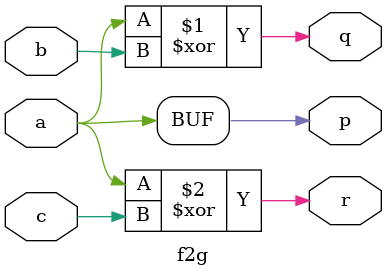
<source format=v>
module f2g (output p, q, r, input a, b, c);
assign p=a;
assign q=a^b;
assign r=a^c;  
endmodule

</source>
